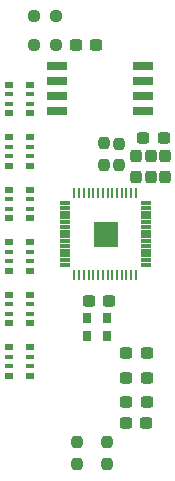
<source format=gbr>
%TF.GenerationSoftware,KiCad,Pcbnew,(6.0.0)*%
%TF.CreationDate,2023-01-28T16:33:02+01:00*%
%TF.ProjectId,MH106Enhanced,4d483130-3645-46e6-9861-6e6365642e6b,1*%
%TF.SameCoordinates,PX5255c88PY54c81a0*%
%TF.FileFunction,Paste,Top*%
%TF.FilePolarity,Positive*%
%FSLAX46Y46*%
G04 Gerber Fmt 4.6, Leading zero omitted, Abs format (unit mm)*
G04 Created by KiCad (PCBNEW (6.0.0)) date 2023-01-28 16:33:02*
%MOMM*%
%LPD*%
G01*
G04 APERTURE LIST*
G04 Aperture macros list*
%AMRoundRect*
0 Rectangle with rounded corners*
0 $1 Rounding radius*
0 $2 $3 $4 $5 $6 $7 $8 $9 X,Y pos of 4 corners*
0 Add a 4 corners polygon primitive as box body*
4,1,4,$2,$3,$4,$5,$6,$7,$8,$9,$2,$3,0*
0 Add four circle primitives for the rounded corners*
1,1,$1+$1,$2,$3*
1,1,$1+$1,$4,$5*
1,1,$1+$1,$6,$7*
1,1,$1+$1,$8,$9*
0 Add four rect primitives between the rounded corners*
20,1,$1+$1,$2,$3,$4,$5,0*
20,1,$1+$1,$4,$5,$6,$7,0*
20,1,$1+$1,$6,$7,$8,$9,0*
20,1,$1+$1,$8,$9,$2,$3,0*%
G04 Aperture macros list end*
%ADD10C,0.010000*%
%ADD11RoundRect,0.237500X0.300000X0.237500X-0.300000X0.237500X-0.300000X-0.237500X0.300000X-0.237500X0*%
%ADD12RoundRect,0.237500X0.237500X-0.250000X0.237500X0.250000X-0.237500X0.250000X-0.237500X-0.250000X0*%
%ADD13R,0.800000X0.500000*%
%ADD14R,0.800000X0.400000*%
%ADD15RoundRect,0.237500X-0.300000X-0.237500X0.300000X-0.237500X0.300000X0.237500X-0.300000X0.237500X0*%
%ADD16R,1.700000X0.650000*%
%ADD17RoundRect,0.237500X0.237500X-0.300000X0.237500X0.300000X-0.237500X0.300000X-0.237500X-0.300000X0*%
%ADD18RoundRect,0.006000X-0.414000X-0.094000X0.414000X-0.094000X0.414000X0.094000X-0.414000X0.094000X0*%
%ADD19RoundRect,0.020000X-0.080000X-0.400000X0.080000X-0.400000X0.080000X0.400000X-0.080000X0.400000X0*%
%ADD20RoundRect,0.237500X0.250000X0.237500X-0.250000X0.237500X-0.250000X-0.237500X0.250000X-0.237500X0*%
%ADD21R,0.650000X0.850000*%
%ADD22RoundRect,0.237500X-0.250000X-0.237500X0.250000X-0.237500X0.250000X0.237500X-0.250000X0.237500X0*%
G04 APERTURE END LIST*
D10*
%TO.C,U1*%
X12507400Y27650000D02*
X14467400Y27650000D01*
X14467400Y27650000D02*
X14467400Y25690000D01*
X14467400Y25690000D02*
X12507400Y25690000D01*
X12507400Y25690000D02*
X12507400Y27650000D01*
G36*
X14467400Y25690000D02*
G01*
X12507400Y25690000D01*
X12507400Y27650000D01*
X14467400Y27650000D01*
X14467400Y25690000D01*
G37*
X14467400Y25690000D02*
X12507400Y25690000D01*
X12507400Y27650000D01*
X14467400Y27650000D01*
X14467400Y25690000D01*
%TD*%
D11*
%TO.C,C13*%
X16998100Y12420600D03*
X15273100Y12420600D03*
%TD*%
%TO.C,C14*%
X16998100Y14452600D03*
X15273100Y14452600D03*
%TD*%
%TO.C,C8*%
X13815400Y20955000D03*
X12090400Y20955000D03*
%TD*%
D12*
%TO.C,R6*%
X13635200Y7215500D03*
X13635200Y9040500D03*
%TD*%
D13*
%TO.C,RN1*%
X7137400Y39300000D03*
D14*
X7137400Y38500000D03*
X7137400Y37700000D03*
D13*
X7137400Y36900000D03*
X5337400Y36900000D03*
D14*
X5337400Y37700000D03*
X5337400Y38500000D03*
D13*
X5337400Y39300000D03*
%TD*%
D12*
%TO.C,R2*%
X13360400Y32512000D03*
X13360400Y34337000D03*
%TD*%
D13*
%TO.C,RN3*%
X5337400Y30410000D03*
D14*
X5337400Y29610000D03*
X5337400Y28810000D03*
D13*
X5337400Y28010000D03*
X7137400Y28010000D03*
D14*
X7137400Y28810000D03*
X7137400Y29610000D03*
D13*
X7137400Y30410000D03*
%TD*%
D12*
%TO.C,R5*%
X11125200Y7215500D03*
X11125200Y9040500D03*
%TD*%
D15*
%TO.C,C1*%
X11000400Y42672000D03*
X12725400Y42672000D03*
%TD*%
D13*
%TO.C,RN2*%
X5337400Y34855000D03*
D14*
X5337400Y34055000D03*
X5337400Y33255000D03*
D13*
X5337400Y32455000D03*
X7137400Y32455000D03*
D14*
X7137400Y33255000D03*
X7137400Y34055000D03*
D13*
X7137400Y34855000D03*
%TD*%
D16*
%TO.C,U6*%
X9423400Y40894000D03*
X9423400Y39624000D03*
X9423400Y38354000D03*
X9423400Y37084000D03*
X16723400Y37084000D03*
X16723400Y38354000D03*
X16723400Y39624000D03*
X16723400Y40894000D03*
%TD*%
D11*
%TO.C,C4*%
X18440400Y34798000D03*
X16715400Y34798000D03*
%TD*%
D13*
%TO.C,RN4*%
X5337400Y25965000D03*
D14*
X5337400Y25165000D03*
X5337400Y24365000D03*
D13*
X5337400Y23565000D03*
X7137400Y23565000D03*
D14*
X7137400Y24365000D03*
X7137400Y25165000D03*
D13*
X7137400Y25965000D03*
%TD*%
D17*
%TO.C,C7*%
X18592800Y31521400D03*
X18592800Y33246400D03*
%TD*%
D11*
%TO.C,C15*%
X16998100Y16611600D03*
X15273100Y16611600D03*
%TD*%
D18*
%TO.C,U1*%
X10052400Y29270000D03*
X10052400Y28870000D03*
X10052400Y28470000D03*
X10052400Y28070000D03*
X10052400Y27670000D03*
X10052400Y27270000D03*
X10052400Y26870000D03*
X10052400Y26470000D03*
X10052400Y26070000D03*
X10052400Y25670000D03*
X10052400Y25270000D03*
X10052400Y24870000D03*
X10052400Y24470000D03*
X10052400Y24070000D03*
D19*
X10887400Y23235000D03*
X11287400Y23235000D03*
X11687400Y23235000D03*
X12087400Y23235000D03*
X12487400Y23235000D03*
X12887400Y23235000D03*
X13287400Y23235000D03*
X13687400Y23235000D03*
X14087400Y23235000D03*
X14487400Y23235000D03*
X14887400Y23235000D03*
X15287400Y23235000D03*
X15687400Y23235000D03*
X16087400Y23235000D03*
D18*
X16922400Y24070000D03*
X16922400Y24470000D03*
X16922400Y24870000D03*
X16922400Y25270000D03*
X16922400Y25670000D03*
X16922400Y26070000D03*
X16922400Y26470000D03*
X16922400Y26870000D03*
X16922400Y27270000D03*
X16922400Y27670000D03*
X16922400Y28070000D03*
X16922400Y28470000D03*
X16922400Y28870000D03*
X16922400Y29270000D03*
D19*
X16087400Y30105000D03*
X15687400Y30105000D03*
X15287400Y30105000D03*
X14887400Y30105000D03*
X14487400Y30105000D03*
X14087400Y30105000D03*
X13687400Y30105000D03*
X13287400Y30105000D03*
X12887400Y30105000D03*
X12487400Y30105000D03*
X12087400Y30105000D03*
X11687400Y30105000D03*
X11287400Y30105000D03*
X10887400Y30105000D03*
%TD*%
D12*
%TO.C,R1*%
X14630400Y32488500D03*
X14630400Y34313500D03*
%TD*%
D17*
%TO.C,C3*%
X16078200Y31521400D03*
X16078200Y33246400D03*
%TD*%
D20*
%TO.C,R3*%
X9296400Y45085000D03*
X7471400Y45085000D03*
%TD*%
D21*
%TO.C,U7*%
X13613400Y19584000D03*
X11963400Y19584000D03*
X11963400Y18034000D03*
X13613400Y18034000D03*
%TD*%
D13*
%TO.C,RN6*%
X5337400Y17075000D03*
D14*
X5337400Y16275000D03*
X5337400Y15475000D03*
D13*
X5337400Y14675000D03*
X7137400Y14675000D03*
D14*
X7137400Y15475000D03*
X7137400Y16275000D03*
D13*
X7137400Y17075000D03*
%TD*%
D11*
%TO.C,C12*%
X16966100Y10642600D03*
X15241100Y10642600D03*
%TD*%
D22*
%TO.C,R4*%
X7471400Y42672000D03*
X9296400Y42672000D03*
%TD*%
D13*
%TO.C,RN5*%
X5337400Y21520000D03*
D14*
X5337400Y20720000D03*
X5337400Y19920000D03*
D13*
X5337400Y19120000D03*
X7137400Y19120000D03*
D14*
X7137400Y19920000D03*
X7137400Y20720000D03*
D13*
X7137400Y21520000D03*
%TD*%
D17*
%TO.C,C2*%
X17373600Y31521400D03*
X17373600Y33246400D03*
%TD*%
M02*

</source>
